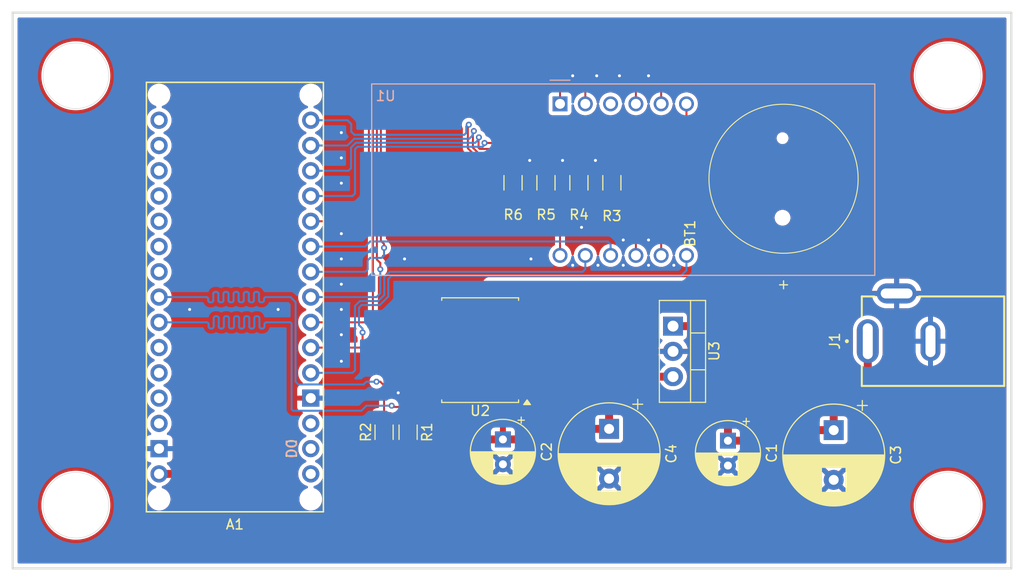
<source format=kicad_pcb>
(kicad_pcb (version 20241229) (generator "pcbnew") (generator_version "9.0")
  (layers (0 "F.Cu" signal) (2 "B.Cu" signal) (13 "F.Paste" user) (15 "B.Paste" user) (5 "F.SilkS" user "F.Silkscreen") (7 "B.SilkS" user "B.Silkscreen") (1 "F.Mask" user) (3 "B.Mask" user) (25 "Edge.Cuts" user))
  (net 0 "")
  (net 2 "Net-(A1-PadD10)")
  (net 4 "GND")
  (net 5 "+5V")
  (net 7 "Net-(A1-A4{slash}SDA)")
  (net 9 "Net-(U1-g)")
  (net 10 "Net-(A1-D2_INT0)")
  (net 12 "Net-(U1-d)")
  (net 13 "Net-(A1-PadD9)")
  (net 18 "Net-(U1-c)")
  (net 20 "Net-(U1-e)")
  (net 21 "Net-(U1-f)")
  (net 22 "Net-(A1-D3_INT1)")
  (net 23 "Net-(A1-A5{slash}SCL)")
  (net 24 "Net-(A1-D12_MISO)")
  (net 26 "Net-(A1-D11_MOSI)")
  (net 30 "Net-(U3-IN)")
  (net 31 "Net-(U1-CC4)")
  (net 32 "Net-(U1-CC3)")
  (net 33 "Net-(U1-CC2)")
  (net 34 "Net-(U1-CC1)")
  (net 36 "Net-(U2-VBAT)")
  (footprint "Capacitor_THT:CP_Radial_D10.0mm_P5.00mm" (layer "F.Cu") (at 156.44 116.782323 -90)
    (property "Reference" "C4")
    (property "Value" "22uF 50V" (hide yes))
  )
  (footprint "Capacitor_THT:CP_Radial_D6.3mm_P2.50mm" (layer "F.Cu") (at 168.378 117.967621 -90)
    (property "Reference" "C1")
    (property "Value" "0.1uF 50V" (hide yes))
  )
  (footprint "Resistor_SMD:R_1206_3216Metric" (layer "F.Cu") (at 146.788 92.0375 -90)
    (property "Reference" "R6")
    (property "Value" "220" (hide yes))
  )
  (footprint "1072:BAT_1072" (layer "F.Cu") (at 173.9646 91.6564 90)
    (property "Reference" "BT1")
    (property "Value" "1072")
  )
  (footprint "Capacitor_THT:CP_Radial_D10.0mm_P5.00mm" (layer "F.Cu") (at 179.003 116.909323 -90)
    (property "Reference" "C3")
    (property "Value" "470uF 50V" (hide yes))
  )
  (footprint "Package_TO_SOT_THT:TO-220-3_Vertical" (layer "F.Cu") (at 162.861 106.45 -90)
    (property "Reference" "U3")
    (property "Value" "L7805")
  )
  (footprint "Resistor_SMD:R_1206_3216Metric" (layer "F.Cu") (at 136.247 117.118 90)
    (property "Reference" "R1")
    (property "Value" "450" (hide yes))
  )
  (footprint "Package_SO:SOIC-16W_7.5x10.3mm_P1.27mm" (layer "F.Cu") (at 143.486 108.863 180)
    (property "Reference" "U2")
    (property "Value" "DS3231M")
  )
  (footprint "Resistor_SMD:R_1206_3216Metric" (layer "F.Cu") (at 150.098 92.0375 -90)
    (property "Reference" "R5")
    (property "Value" "220" (hide yes))
  )
  (footprint "PCM_arduino-library:Arduino_Nano_Socket" (layer "F.Cu") (at 118.848 81.939 180)
    (property "Reference" "A1")
    (property "Value" "Arduino_Nano_Socket")
  )
  (footprint "Resistor_SMD:R_1206_3216Metric" (layer "F.Cu") (at 133.834 117.118 90)
    (property "Reference" "R2")
    (property "Value" "450" (hide yes))
  )
  (footprint "Resistor_SMD:R_1206_3216Metric" (layer "F.Cu") (at 156.718 92.0375 -90)
    (property "Reference" "R3")
    (property "Value" "220" (hide yes))
  )
  (footprint "Capacitor_THT:CP_Radial_D6.3mm_P2.50mm" (layer "F.Cu") (at 145.772 117.840621 -90)
    (property "Reference" "C2")
    (property "Value" "0.1uF 50V" (hide yes))
  )
  (footprint "Resistor_SMD:R_1206_3216Metric" (layer "F.Cu") (at 153.408 92.0375 -90)
    (property "Reference" "R4")
    (property "Value" "220" (hide yes))
  )
  (footprint "DCJ200-10-A-XX-K_REVA:GCT_DCJ200-10-A-XX-K_REVA" (layer "F.Cu") (at 188.976 107.965 90)
    (property "Reference" "J1")
    (property "Value" "DCJ200-10-A-XX-K_REVA" (hide yes))
  )
  (footprint "Display_7Segment:CA56-12SRWA" (layer "B.Cu") (at 151.511 84.102 -90)
    (property "Reference" "U1")
    (property "Value" "CC56-12SRWA" (hide yes))
  )
  (gr_circle (center 190.5 124.46) (end 194.564 124.46) (stroke (width 1.2)) (fill no) (layers "F.Cu" "F.Mask") (net 4))
  (gr_circle (center 102.87 81.28) (end 106.934 81.28) (stroke (width 1.2)) (fill no) (layers "F.Cu" "F.Mask") (net 4))
  (gr_circle (center 102.87 124.46) (end 106.934 124.46) (stroke (width 1.2)) (fill no) (layers "F.Cu" "F.Mask") (net 4))
  (gr_circle (center 190.5 81.28) (end 194.564 81.28) (stroke (width 1.2)) (fill no) (layers "F.Cu" "F.Mask") (net 4))
  (gr_rect (start 96.52 74.93) (end 196.85 130.81) (stroke (width 0.2)) (fill no) (layer "Edge.Cuts"))
  (gr_circle (center 102.87 124.46) (end 106.172 124.46) (stroke (width 0.05)) (fill no) (layer "Edge.Cuts"))
  (gr_circle (center 190.5 124.46) (end 193.802 124.46) (stroke (width 0.05)) (fill no) (layer "Edge.Cuts"))
  (gr_circle (center 102.87 81.28) (end 106.172 81.28) (stroke (width 0.05)) (fill no) (layer "Edge.Cuts"))
  (gr_circle (center 190.5 81.28) (end 193.802 81.28) (stroke (width 0.05)) (fill no) (layer "Edge.Cuts"))
  (segment (start 153.408 89.067) (end 152.777 88.436) (width 0.2) (layer "F.Cu") (net 2))
  (segment (start 143.323687 87.504626) (end 143.359 87.469313) (width 0.2) (layer "F.Cu") (net 2))
  (segment (start 143.452 88.636) (end 143.323687 88.507687) (width 0.2) (layer "F.Cu") (net 2))
  (segment (start 153.392 90.559) (end 153.408 90.575) (width 0.2) (layer "F.Cu") (net 2))
  (segment (start 144.736 88.436) (end 144.536 88.636) (width 0.2) (layer "F.Cu") (net 2))
  (segment (start 153.408 90.575) (end 153.408 89.067) (width 0.2) (layer "F.Cu") (net 2))
  (segment (start 144.536 88.636) (end 143.452 88.636) (width 0.2) (layer "F.Cu") (net 2))
  (segment (start 143.323687 88.507687) (end 143.323687 87.504626) (width 0.2) (layer "F.Cu") (net 2))
  (segment (start 152.777 88.436) (end 144.736 88.436) (width 0.2) (layer "F.Cu") (net 2))
  (via (at 143.359 87.469313) (size 0.6) (drill 0.3) (layers "F.Cu" "B.Cu") (net 2))
  (segment (start 143.359 87.654) (end 143.359 87.469313) (width 0.2) (layer "B.Cu") (net 2))
  (segment (start 131.0009 88.015) (end 142.998 88.015) (width 0.2) (layer "B.Cu") (net 2))
  (segment (start 126.849 90.829) (end 130.258 90.829) (width 0.2) (layer "B.Cu") (net 2))
  (segment (start 142.998 88.015) (end 143.359 87.654) (width 0.2) (layer "B.Cu") (net 2))
  (segment (start 130.258 90.829) (end 130.512 90.575) (width 0.2) (layer "B.Cu") (net 2))
  (segment (start 130.512 90.575) (end 130.512 88.5039) (width 0.2) (layer "B.Cu") (net 2))
  (segment (start 130.512 88.5039) (end 131.0009 88.015) (width 0.2) (layer "B.Cu") (net 2))
  (via (at 129.54 92.075) (size 0.6) (drill 0.3) (layers "F.Cu" "B.Cu") (net 4))
  (via (at 129.54 86.995) (size 0.6) (drill 0.3) (layers "F.Cu" "B.Cu") (net 4))
  (via (at 157.861 100.33) (size 0.6) (drill 0.3) (layers "F.Cu" "B.Cu") (net 4))
  (via (at 129.54 104.775) (size 0.6) (drill 0.3) (layers "F.Cu" "B.Cu") (net 4))
  (via (at 160.401 81.28) (size 0.6) (drill 0.3) (layers "F.Cu" "B.Cu") (net 4))
  (via (at 135.89 99.695) (size 0.6) (drill 0.3) (layers "F.Cu" "B.Cu") (net 4))
  (via (at 151.765 89.789) (size 0.6) (drill 0.3) (layers "F.Cu" "B.Cu") (net 4))
  (via (at 155.321 100.33) (size 0.6) (drill 0.3) (layers "F.Cu" "B.Cu") (net 4))
  (via (at 148.59 99.695) (size 0.6) (drill 0.3) (layers "F.Cu" "B.Cu") (net 4))
  (via (at 129.54 97.155) (size 0.6) (drill 0.3) (layers "F.Cu" "B.Cu") (net 4))
  (via (at 162.941 100.33) (size 0.6) (drill 0.3) (layers "F.Cu" "B.Cu") (net 4))
  (via (at 129.54 109.982) (size 0.6) (drill 0.3) (layers "F.Cu" "B.Cu") (net 4))
  (via (at 155.194 81.28) (size 0.6) (drill 0.3) (layers "F.Cu" "B.Cu") (net 4))
  (via (at 123.19 104.775) (size 0.6) (drill 0.3) (layers "F.Cu" "B.Cu") (net 4))
  (via (at 129.54 89.535) (size 0.6) (drill 0.3) (layers "F.Cu" "B.Cu") (net 4))
  (via (at 152.781 100.33) (size 0.6) (drill 0.3) (layers "F.Cu" "B.Cu") (net 4))
  (via (at 129.54 107.315) (size 0.6) (drill 0.3) (layers "F.Cu" "B.Cu") (net 4))
  (via (at 129.54 102.235) (size 0.6) (drill 0.3) (layers "F.Cu" "B.Cu") (net 4))
  (via (at 129.54 99.695) (size 0.6) (drill 0.3) (layers "F.Cu" "B.Cu") (net 4))
  (via (at 135.255 113.157) (size 0.6) (drill 0.3) (layers "F.Cu" "B.Cu") (net 4))
  (via (at 160.401 100.33) (size 0.6) (drill 0.3) (layers "F.Cu" "B.Cu") (net 4))
  (via (at 160.401 97.79) (size 0.6) (drill 0.3) (layers "F.Cu" "B.Cu") (net 4))
  (via (at 114.3 104.775) (size 0.6) (drill 0.3) (layers "F.Cu" "B.Cu") (net 4))
  (via (at 148.463 89.789) (size 0.6) (drill 0.3) (layers "F.Cu" "B.Cu") (net 4))
  (via (at 152.781 81.28) (size 0.6) (drill 0.3) (layers "F.Cu" "B.Cu") (net 4))
  (via (at 155.067 89.789) (size 0.6) (drill 0.3) (layers "F.Cu" "B.Cu") (net 4))
  (via (at 153.67 96.52) (size 0.6) (drill 0.3) (layers "F.Cu" "B.Cu") (net 4))
  (via (at 157.48 81.28) (size 0.6) (drill 0.3) (layers "F.Cu" "B.Cu") (net 4))
  (via (at 157.861 97.79) (size 0.6) (drill 0.3) (layers "F.Cu" "B.Cu") (net 4))
  (segment (start 145.772 117.840621) (end 149.748379 117.840621) (width 0.8) (layer "F.Cu") (net 5))
  (segment (start 149.748379 117.840621) (end 150.806677 116.782323) (width 0.8) (layer "F.Cu") (net 5))
  (segment (start 114.657 121.309) (end 115.038 121.69) (width 0.8) (layer "F.Cu") (net 5))
  (segment (start 115.673 126.643) (end 130.151 126.643) (width 0.8) (layer "F.Cu") (net 5))
  (segment (start 146.915 112.038) (end 145.772 113.181) (width 0.6) (layer "F.Cu") (net 5))
  (segment (start 156.44 112.165) (end 156.44 116.782323) (width 0.8) (layer "F.Cu") (net 5))
  (segment (start 130.913 119.277) (end 131.6095 118.5805) (width 0.8) (layer "F.Cu") (net 5))
  (segment (start 162.861 111.53) (end 157.075 111.53) (width 0.8) (layer "F.Cu") (net 5))
  (segment (start 150.806677 116.782323) (end 156.44 116.782323) (width 0.8) (layer "F.Cu") (net 5))
  (segment (start 145.772 117.840621) (end 140.985379 117.840621) (width 0.8) (layer "F.Cu") (net 5))
  (segment (start 136.247 118.5805) (end 133.834 118.5805) (width 0.8) (layer "F.Cu") (net 5))
  (segment (start 130.913 125.881) (end 130.913 119.277) (width 0.8) (layer "F.Cu") (net 5))
  (segment (start 157.075 111.53) (end 156.44 112.165) (width 0.8) (layer "F.Cu") (net 5))
  (segment (start 131.6095 118.5805) (end 133.834 118.5805) (width 0.8) (layer "F.Cu") (net 5))
  (segment (start 111.609 121.309) (end 114.657 121.309) (width 0.8) (layer "F.Cu") (net 5))
  (segment (start 140.985379 117.840621) (end 140.2455 118.5805) (width 0.8) (layer "F.Cu") (net 5))
  (segment (start 115.038 121.69) (end 115.038 126.008) (width 0.8) (layer "F.Cu") (net 5))
  (segment (start 145.772 113.181) (end 145.772 117.840621) (width 0.6) (layer "F.Cu") (net 5))
  (segment (start 115.038 126.008) (end 115.673 126.643) (width 0.8) (layer "F.Cu") (net 5))
  (segment (start 140.2455 118.5805) (end 136.247 118.5805) (width 0.8) (layer "F.Cu") (net 5))
  (segment (start 130.151 126.643) (end 130.913 125.881) (width 0.8) (layer "F.Cu") (net 5))
  (segment (start 148.136 112.038) (end 146.915 112.038) (width 0.6) (layer "F.Cu") (net 5))
  (segment (start 134.215 112.038) (end 133.834 112.419) (width 0.2) (layer "F.Cu") (net 7))
  (segment (start 133.453 112.038) (end 133.834 112.419) (width 0.2) (layer "F.Cu") (net 7))
  (segment (start 133.072 112.038) (end 133.453 112.038) (width 0.2) (layer "F.Cu") (net 7))
  (segment (start 133.834 112.419) (end 133.834 115.6555) (width 0.2) (layer "F.Cu") (net 7))
  (segment (start 138.836 112.038) (end 134.215 112.038) (width 0.2) (layer "F.Cu") (net 7))
  (via (at 133.072 112.038) (size 0.6) (drill 0.3) (layers "F.Cu" "B.Cu") (net 7))
  (segment (start 120.786904 103.098009) (end 120.844009 103.040904) (width 0.2) (layer "B.Cu") (net 7))
  (segment (start 118.683096 103.959991) (end 118.714001 103.885379) (width 0.2) (layer "B.Cu") (net 7))
  (segment (start 121.938621 103.529999) (end 121.979 103.529) (width 0.2) (layer "B.Cu") (net 7))
  (segment (start 132.056 112.038) (end 133.072 112.038) (width 0.2) (layer "B.Cu") (net 7))
  (segment (start 116.164001 103.692621) (end 116.165 103.733) (width 0.2) (layer "B.Cu") (net 7))
  (segment (start 119.735999 103.172621) (end 119.766904 103.098009) (width 0.2) (layer "B.Cu") (net 7))
  (segment (start 119.735 103.845) (end 119.735 103.213) (width 0.2) (layer "B.Cu") (net 7))
  (segment (start 120.754001 103.885379) (end 120.755 103.845) (width 0.2) (layer "B.Cu") (net 7))
  (segment (start 120.276904 103.959991) (end 120.334009 104.017096) (width 0.2) (layer "B.Cu") (net 7))
  (segment (start 116.981 103.009) (end 117.021379 103.009999) (width 0.2) (layer "B.Cu") (net 7))
  (segment (start 116.675999 103.172621) (end 116.706904 103.098009) (width 0.2) (layer "B.Cu") (net 7))
  (segment (start 116.369 104.049) (end 116.471 104.049) (width 0.2) (layer "B.Cu") (net 7))
  (segment (start 121.775 103.733) (end 121.775999 103.692621) (width 0.2) (layer "B.Cu") (net 7))
  (segment (start 116.165999 103.885379) (end 116.196904 103.959991) (width 0.2) (layer "B.Cu") (net 7))
  (segment (start 117.274009 104.017096) (end 117.348621 104.048001) (width 0.2) (layer "B.Cu") (net 7))
  (segment (start 120.244001 103.172621) (end 120.245 103.213) (width 0.2) (layer "B.Cu") (net 7))
  (segment (start 121.685991 104.017096) (end 121.743096 103.959991) (width 0.2) (layer "B.Cu") (net 7))
  (segment (start 115.961 103.529) (end 116.001379 103.529999) (width 0.2) (layer "B.Cu") (net 7))
  (segment (start 121.775 103.845) (end 121.775 103.733) (width 0.2) (layer "B.Cu") (net 7))
  (segment (start 118.919 103.009) (end 119.021 103.009) (width 0.2) (layer "B.Cu") (net 7))
  (segment (start 118.236904 103.959991) (end 118.294009 104.017096) (width 0.2) (layer "B.Cu") (net 7))
  (segment (start 119.824009 103.040904) (end 119.898621 103.009999) (width 0.2) (layer "B.Cu") (net 7))
  (segment (start 119.939 103.009) (end 120.041 103.009) (width 0.2) (layer "B.Cu") (net 7))
  (segment (start 120.755 103.845) (end 120.755 103.213) (width 0.2) (layer "B.Cu") (net 7))
  (segment (start 121.979 103.529) (end 124.436 103.529) (width 0.2) (layer "B.Cu") (net 7))
  (segment (start 118.625991 104.017096) (end 118.683096 103.959991) (width 0.2) (layer "B.Cu") (net 7))
  (segment (start 121.061 103.009) (end 121.101379 103.009999) (width 0.2) (layer "B.Cu") (net 7))
  (segment (start 120.591379 104.048001) (end 120.665991 104.017096) (width 0.2) (layer "B.Cu") (net 7))
  (segment (start 124.944 112.038) (end 125.2196 112.3136) (width 0.2) (layer "B.Cu") (net 7))
  (segment (start 117.185999 103.885379) (end 117.216904 103.959991) (width 0.2) (layer "B.Cu") (net 7))
  (segment (start 117.899 103.009) (end 118.001 103.009) (width 0.2) (layer "B.Cu") (net 7))
  (segment (start 119.645991 104.017096) (end 119.703096 103.959991) (width 0.2) (layer "B.Cu") (net 7))
  (segment (start 120.665991 104.017096) (end 120.723096 103.959991) (width 0.2) (layer "B.Cu") (net 7))
  (segment (start 116.165 103.733) (end 116.165 103.845) (width 0.2) (layer "B.Cu") (net 7))
  (segment (start 121.611379 104.048001) (end 121.685991 104.017096) (width 0.2) (layer "B.Cu") (net 7))
  (segment (start 118.041379 103.009999) (end 118.115991 103.040904) (width 0.2) (layer "B.Cu") (net 7))
  (segment (start 117.021379 103.009999) (end 117.095991 103.040904) (width 0.2) (layer "B.Cu") (net 7))
  (segment (start 119.766904 103.098009) (end 119.824009 103.040904) (width 0.2) (layer "B.Cu") (net 7))
  (segment (start 121.354009 104.017096) (end 121.428621 104.048001) (width 0.2) (layer "B.Cu") (net 7))
  (segment (start 121.265 103.213) (end 121.265 103.845) (width 0.2) (layer "B.Cu") (net 7))
  (segment (start 121.774001 103.885379) (end 121.775 103.845) (width 0.2) (layer "B.Cu") (net 7))
  (segment (start 120.408621 104.048001) (end 120.449 104.049) (width 0.2) (layer "B.Cu") (net 7))
  (segment (start 117.216904 103.959991) (end 117.274009 104.017096) (width 0.2) (layer "B.Cu") (net 7))
  (segment (start 117.389 104.049) (end 117.491 104.049) (width 0.2) (layer "B.Cu") (net 7))
  (segment (start 117.694001 103.885379) (end 117.695 103.845) (width 0.2) (layer "B.Cu") (net 7))
  (segment (start 121.265999 103.885379) (end 121.296904 103.959991) (width 0.2) (layer "B.Cu") (net 7))
  (segment (start 116.675 103.845) (end 116.675 103.213) (width 0.2) (layer "B.Cu") (net 7))
  (segment (start 120.755 103.213) (end 120.755999 103.172621) (width 0.2) (layer "B.Cu") (net 7))
  (segment (start 118.368621 104.048001) (end 118.409 104.049) (width 0.2) (layer "B.Cu") (net 7))
  (segment (start 118.804009 103.040904) (end 118.878621 103.009999) (width 0.2) (layer "B.Cu") (net 7))
  (segment (start 118.715999 103.172621) (end 118.746904 103.098009) (width 0.2) (layer "B.Cu") (net 7))
  (segment (start 119.898621 103.009999) (end 119.939 103.009) (width 0.2) (layer "B.Cu") (net 7))
  (segment (start 116.001379 103.529999) (end 116.075991 103.560904) (width 0.2) (layer "B.Cu") (net 7))
  (segment (start 111.228 103.529) (end 115.961 103.529) (width 0.2) (layer "B.Cu") (net 7))
  (segment (start 120.155991 103.040904) (end 120.213096 103.098009) (width 0.2) (layer "B.Cu") (net 7))
  (segment (start 119.135991 103.040904) (end 119.193096 103.098009) (width 0.2) (layer "B.Cu") (net 7))
  (segment (start 117.695 103.213) (end 117.695999 103.172621) (width 0.2) (layer "B.Cu") (net 7))
  (segment (start 116.165 103.845) (end 116.165999 103.885379) (width 0.2) (layer "B.Cu") (net 7))
  (segment (start 121.775999 103.692621) (end 121.806904 103.618009) (width 0.2) (layer "B.Cu") (net 7))
  (segment (start 118.715 103.213) (end 118.715999 103.172621) (width 0.2) (layer "B.Cu") (net 7))
  (segment (start 120.081379 103.009999) (end 120.155991 103.040904) (width 0.2) (layer "B.Cu") (net 7))
  (segment (start 119.225 103.213) (end 119.225 103.845) (width 0.2) (layer "B.Cu") (net 7))
  (segment (start 116.471 104.049) (end 116.511379 104.048001) (width 0.2) (layer "B.Cu") (net 7))
  (segment (start 120.723096 103.959991) (end 120.754001 103.885379) (width 0.2) (layer "B.Cu") (net 7))
  (segment (start 117.726904 103.098009) (end 117.784009 103.040904) (width 0.2) (layer "B.Cu") (net 7))
  (segment (start 117.185 103.213) (end 117.185 103.845) (width 0.2) (layer "B.Cu") (net 7))
  (segment (start 116.585991 104.017096) (end 116.643096 103.959991) (width 0.2) (layer "B.Cu") (net 7))
  (segment (start 119.193096 103.098009) (end 119.224001 103.172621) (width 0.2) (layer "B.Cu") (net 7))
  (segment (start 119.388621 104.048001) (end 119.429 104.049) (width 0.2) (layer "B.Cu") (net 7))
  (segment (start 117.491 104.049) (end 117.531379 104.048001) (width 0.2) (layer "B.Cu") (net 7))
  (segment (start 118.205999 103.885379) (end 118.236904 103.959991) (width 0.2) (layer "B.Cu") (net 7))
  (segment (start 116.075991 103.560904) (end 116.133096 103.618009) (width 0.2) (layer "B.Cu") (net 7))
  (segment (start 120.844009 103.040904) (end 120.918621 103.009999) (width 0.2) (layer "B.Cu") (net 7))
  (segment (start 120.918621 103.009999) (end 120.959 103.009) (width 0.2) (layer "B.Cu") (net 7))
  (segment (start 118.204001 103.172621) (end 118.205 103.213) (width 0.2) (layer "B.Cu") (net 7))
  (segment (start 121.296904 103.959991) (end 121.354009 104.017096) (width 0.2) (layer "B.Cu") (net 7))
  (segment (start 119.225 103.845) (end 119.225999 103.885379) (width 0.2) (layer "B.Cu") (net 7))
  (segment (start 121.469 104.049) (end 121.571 104.049) (width 0.2) (layer "B.Cu") (net 7))
  (segment (start 124.436 103.529) (end 124.944 104.037) (width 0.2) (layer "B.Cu") (net 7))
  (segment (start 119.314009 104.017096) (end 119.388621 104.048001) (width 0.2) (layer "B.Cu") (net 7))
  (segment (start 120.334009 104.017096) (end 120.408621 104.048001) (width 0.2) (layer "B.Cu") (net 7))
  (segment (start 116.643096 103.959991) (end 116.674001 103.885379) (width 0.2) (layer "B.Cu") (net 7))
  (segment (start 119.225999 103.885379) (end 119.256904 103.959991) (width 0.2) (layer "B.Cu") (net 7))
  (segment (start 118.714001 103.885379) (end 118.715 103.845) (width 0.2) (layer "B.Cu") (net 7))
  (segment (start 119.571379 104.048001) (end 119.645991 104.017096) (width 0.2) (layer "B.Cu") (net 7))
  (segment (start 119.735 103.213) (end 119.735999 103.172621) (width 0.2) (layer "B.Cu") (net 7))
  (segment (start 121.175991 103.040904) (end 121.233096 103.098009) (width 0.2) (layer "B.Cu") (net 7))
  (segment (start 117.663096 103.959991) (end 117.694001 103.885379) (width 0.2) (layer "B.Cu") (net 7))
  (segment (start 121.571 104.049) (end 121.611379 104.048001) (width 0.2) (layer "B.Cu") (net 7))
  (segment (start 117.531379 104.048001) (end 117.605991 104.017096) (width 0.2) (layer "B.Cu") (net 7))
  (segment (start 117.184001 103.172621) (end 117.185 103.213) (width 0.2) (layer "B.Cu") (net 7))
  (segment (start 118.173096 103.098009) (end 118.204001 103.172621) (width 0.2) (layer "B.Cu") (net 7))
  (segment (start 116.196904 103.959991) (end 116.254009 104.017096) (width 0.2) (layer "B.Cu") (net 7))
  (segment (start 120.959 103.009) (end 121.061 103.009) (width 0.2) (layer "B.Cu") (net 7))
  (segment (start 117.695999 103.172621) (end 117.726904 103.098009) (width 0.2) (layer "B.Cu") (net 7))
  (segment (start 119.703096 103.959991) (end 119.734001 103.885379) (width 0.2) (layer "B.Cu") (net 7))
  (segment (start 121.101379 103.009999) (end 121.175991 103.040904) (width 0.2) (layer "B.Cu") (net 7))
  (segment (start 117.784009 103.040904) (end 117.858621 103.009999) (width 0.2) (layer "B.Cu") (net 7))
  (segment (start 118.551379 104.048001) (end 118.625991 104.017096) (width 0.2) (layer "B.Cu") (net 7))
  (segment (start 119.224001 103.172621) (end 119.225 103.213) (width 0.2) (layer "B.Cu") (net 7))
  (segment (start 117.605991 104.017096) (end 117.663096 103.959991) (width 0.2) (layer "B.Cu") (net 7))
  (segment (start 125.2196 112.3136) (end 131.7804 112.3136) (width 0.2) (layer "B.Cu") (net 7))
  (segment (start 131.7804 112.3136) (end 132.056 112.038) (width 0.2) (layer "B.Cu") (net 7))
  (segment (start 118.511 104.049) (end 118.551379 104.048001) (width 0.2) (layer "B.Cu") (net 7))
  (segment (start 121.233096 103.098009) (end 121.264001 103.172621) (width 0.2) (layer "B.Cu") (net 7))
  (segment (start 119.429 104.049) (end 119.531 104.049) (width 0.2) (layer "B.Cu") (net 7))
  (segment (start 118.715 103.845) (end 118.715 103.213) (width 0.2) (layer "B.Cu") (net 7))
  (segment (start 118.294009 104.017096) (end 118.368621 104.048001) (width 0.2) (layer "B.Cu") (net 7))
  (segment (start 119.021 103.009) (end 119.061379 103.009999) (width 0.2) (layer "B.Cu") (net 7))
  (segment (start 121.265 103.845) (end 121.265999 103.885379) (width 0.2) (layer "B.Cu") (net 7))
  (segment (start 118.115991 103.040904) (end 118.173096 103.098009) (width 0.2) (layer "B.Cu") (net 7))
  (segment (start 116.328621 104.048001) (end 116.369 104.049) (width 0.2) (layer "B.Cu") (net 7))
  (segment (start 116.706904 103.098009) (end 116.764009 103.040904) (width 0.2) (layer "B.Cu") (net 7))
  (segment (start 120.551 104.049) (end 120.591379 104.048001) (width 0.2) (layer "B.Cu") (net 7))
  (segment (start 117.095991 103.040904) (end 117.153096 103.098009) (width 0.2) (layer "B.Cu") (net 7))
  (segment (start 117.153096 103.098009) (end 117.184001 103.172621) (width 0.2) (layer "B.Cu") (net 7))
  (segment (start 120.449 104.049) (end 120.551 104.049) (width 0.2) (layer "B.Cu") (net 7))
  (segment (start 117.185 103.845) (end 117.185999 103.885379) (width 0.2) (layer "B.Cu") (net 7))
  (segment (start 121.864009 103.560904) (end 121.938621 103.529999) (width 0.2) (layer "B.Cu") (net 7))
  (segment (start 124.944 104.037) (end 124.944 112.038) (width 0.2) (layer "B.Cu") (net 7))
  (segment (start 117.348621 104.048001) (end 117.389 104.049) (width 0.2) (layer "B.Cu") (net 7))
  (segment (start 116.133096 103.618009) (end 116.164001 103.692621) (width 0.2) (layer "B.Cu") (net 7))
  (segment (start 116.675 103.213) (end 116.675999 103.172621) (width 0.2) (layer "B.Cu") (net 7))
  (segment (start 116.764009 103.040904) (end 116.838621 103.009999) (width 0.2) (layer "B.Cu") (net 7))
  (segment (start 119.734001 103.885379) (end 119.735 103.845) (width 0.2) (layer "B.Cu") (net 7))
  (segment (start 118.001 103.009) (end 118.041379 103.009999) (width 0.2) (layer "B.Cu") (net 7))
  (segment (start 116.879 103.009) (end 116.981 103.009) (width 0.2) (layer "B.Cu") (net 7))
  (segment (start 121.428621 104.048001) (end 121.469 104.049) (width 0.2) (layer "B.Cu") (net 7))
  (segment (start 121.806904 103.618009) (end 121.864009 103.560904) (width 0.2) (layer "B.Cu") (net 7))
  (segment (start 120.213096 103.098009) (end 120.244001 103.172621) (width 0.2) (layer "B.Cu") (net 7))
  (segment (start 116.838621 103.009999) (end 116.879 103.009) (width 0.2) (layer "B.Cu") (net 7))
  (segment (start 121.264001 103.172621) (end 121.265 103.213) (width 0.2) (layer "B.Cu") (net 7))
  (segment (start 117.695 103.845) (end 117.695 103.213) (width 0.2) (layer "B.Cu") (net 7))
  (segment (start 119.256904 103.959991) (end 119.314009 104.017096) (width 0.2) (layer "B.Cu") (net 7))
  (segment (start 118.205 103.845) (end 118.205999 103.885379) (width 0.2) (layer "B.Cu") (net 7))
  (segment (start 116.511379 104.048001) (end 116.585991 104.017096) (width 0.2) (layer "B.Cu") (net 7))
  (segment (start 120.041 103.009) (end 120.081379 103.009999) (width 0.2) (layer "B.Cu") (net 7))
  (segment (start 120.245 103.213) (end 120.245 103.845) (width 0.2) (layer "B.Cu") (net 7))
  (segment (start 119.061379 103.009999) (end 119.135991 103.040904) (width 0.2) (layer "B.Cu") (net 7))
  (segment (start 120.245 103.845) (end 120.245999 103.885379) (width 0.2) (layer "B.Cu") (net 7))
  (segment (start 116.674001 103.885379) (end 116.675 103.845) (width 0.2) (layer "B.Cu") (net 7))
  (segment (start 118.205 103.213) (end 118.205 103.845) (width 0.2) (layer "B.Cu") (net 7))
  (segment (start 116.254009 104.017096) (end 116.328621 104.048001) (width 0.2) (layer "B.Cu") (net 7))
  (segment (start 119.531 104.049) (end 119.571379 104.048001) (width 0.2) (layer "B.Cu") (net 7))
  (segment (start 118.409 104.049) (end 118.511 104.049) (width 0.2) (layer "B.Cu") (net 7))
  (segment (start 118.746904 103.098009) (end 118.804009 103.040904) (width 0.2) (layer "B.Cu") (net 7))
  (segment (start 118.878621 103.009999) (end 118.919 103.009) (width 0.2) (layer "B.Cu") (net 7))
  (segment (start 121.743096 103.959991) (end 121.774001 103.885379) (width 0.2) (layer "B.Cu") (net 7))
  (segment (start 120.755999 103.172621) (end 120.786904 103.098009) (width 0.2) (layer "B.Cu") (net 7))
  (segment (start 117.858621 103.009999) (end 117.899 103.009) (width 0.2) (layer "B.Cu") (net 7))
  (segment (start 120.245999 103.885379) (end 120.276904 103.959991) (width 0.2) (layer "B.Cu") (net 7))
  (segment (start 132.31 95.528) (end 132.31 80.4238) (width 0.2) (layer "F.Cu") (net 9))
  (segment (start 160.758 79.399) (end 161.671 80.312) (width 0.2) (layer "F.Cu") (net 9))
  (segment (start 126.849 95.909) (end 131.929 95.909) (width 0.2) (layer "F.Cu") (net 9))
  (segment (start 132.31 80.4238) (end 133.3348 79.399) (width 0.2) (layer "F.Cu") (net 9))
  (segment (start 161.671 80.312) (end 161.671 84.102) (width 0.2) (layer "F.Cu") (net 9))
  (segment (start 133.3348 79.399) (end 160.758 79.399) (width 0.2) (layer "F.Cu") (net 9))
  (segment (start 131.929 95.909) (end 132.31 95.528) (width 0.2) (layer "F.Cu") (net 9))
  (segment (start 130.913 104.418) (end 130.913 110.895) (width 0.2) (layer "B.Cu") (net 10))
  (segment (start 130.659 111.149) (end 126.849 111.149) (width 0.2) (layer "B.Cu") (net 10))
  (segment (start 131.401 103.93) (end 130.913 104.418) (width 0.2) (layer "B.Cu") (net 10))
  (segment (start 133.854 103.3141) (end 133.2381 103.93) (width 0.2) (layer "B.Cu") (net 10))
  (segment (start 153.773 100.989) (end 134.4099 100.989) (width 0.2) (layer "B.Cu") (net 10))
  (segment (start 154.051 99.342) (end 154.051 100.711) (width 0.2) (layer "B.Cu") (net 10))
  (segment (start 133.2381 103.93) (end 131.401 103.93) (width 0.2) (layer "B.Cu") (net 10))
  (segment (start 154.051 100.711) (end 153.773 100.989) (width 0.2) (layer "B.Cu") (net 10))
  (segment (start 134.4099 100.989) (end 133.854 101.5449) (width 0.2) (layer "B.Cu") (net 10))
  (segment (start 133.854 101.5449) (end 133.854 103.3141) (width 0.2) (layer "B.Cu") (net 10))
  (segment (start 130.913 110.895) (end 130.659 111.149) (width 0.2) (layer "B.Cu") (net 10))
  (segment (start 133.112 99.759) (end 133.453 100.1) (width 0.2) (layer "F.Cu") (net 12))
  (segment (start 153.138 80.201) (end 133.667 80.201) (width 0.2) (layer "F.Cu") (net 12))
  (segment (start 154.051 81.114) (end 153.138 80.201) (width 0.2) (layer "F.Cu") (net 12))
  (segment (start 133.112 80.756) (end 133.112 99.759) (width 0.2) (layer "F.Cu") (net 12))
  (segment (start 154.051 84.102) (end 154.051 81.114) (width 0.2) (layer "F.Cu") (net 12))
  (segment (start 133.667 80.201) (end 133.112 80.756) (width 0.2) (layer "F.Cu") (net 12))
  (segment (start 133.453 100.1) (end 133.453 100.735) (width 0.2) (layer "F.Cu") (net 12))
  (via (at 133.453 100.735) (size 0.6) (drill 0.3) (layers "F.Cu" "B.Cu") (net 12))
  (segment (start 133.453 103.148) (end 133.072 103.529) (width 0.2) (layer "B.Cu") (net 12))
  (segment (start 133.072 103.529) (end 126.849 103.529) (width 0.2) (layer "B.Cu") (net 12))
  (segment (start 133.453 100.735) (end 133.453 103.148) (width 0.2) (layer "B.Cu") (net 12))
  (segment (start 156.718 88.694) (end 156.718 90.575) (width 0.2) (layer "F.Cu") (net 13))
  (segment (start 143.924687 88.035) (end 156.059 88.035) (width 0.2) (layer "F.Cu") (net 13))
  (segment (start 156.694 90.551) (end 156.718 90.575) (width 0.2) (layer "F.Cu") (net 13))
  (segment (start 143.924687 87.965687) (end 143.994 88.035) (width 0.2) (layer "F.Cu") (net 13))
  (segment (start 156.059 88.035) (end 156.718 88.694) (width 0.2) (layer "F.Cu") (net 13))
  (via (at 143.924687 88.035) (size 0.6) (drill 0.3) (layers "F.Cu" "B.Cu") (net 13))
  (segment (start 130.913 93.115) (end 130.659 93.369) (width 0.2) (layer "B.Cu") (net 13))
  (segment (start 130.659 93.369) (end 126.849 93.369) (width 0.2) (layer "B.Cu") (net 13))
  (segment (start 143.924687 88.035) (end 143.924687 88.231313) (width 0.2) (layer "B.Cu") (net 13))
  (segment (start 130.913 88.67) (end 130.913 93.115) (width 0.2) (layer "B.Cu") (net 13))
  (segment (start 143.74 88.416) (end 131.167 88.416) (width 0.2) (layer "B.Cu") (net 13))
  (segment (start 143.924687 88.231313) (end 143.74 88.416) (width 0.2) (layer "B.Cu") (net 13))
  (segment (start 131.167 88.416) (end 130.913 88.67) (width 0.2) (layer "B.Cu") (net 13))
  (segment (start 159.131 80.713) (end 158.218 79.8) (width 0.2) (layer "F.Cu") (net 18))
  (segment (start 133.5009 79.8) (end 132.711 80.5899) (width 0.2) (layer "F.Cu") (net 18))
  (segment (start 132.183 106.069) (end 126.849 106.069) (width 0.2) (layer "F.Cu") (net 18))
  (segment (start 132.711 105.541) (end 132.183 106.069) (width 0.2) (layer "F.Cu") (net 18))
  (segment (start 159.131 84.102) (end 159.131 80.713) (width 0.2) (layer "F.Cu") (net 18))
  (segment (start 132.711 80.5899) (end 132.711 105.541) (width 0.2) (layer "F.Cu") (net 18))
  (segment (start 158.218 79.8) (end 133.5009 79.8) (width 0.2) (layer "F.Cu") (net 18))
  (segment (start 148.312 80.602) (end 133.8331 80.602) (width 0.2) (layer "F.Cu") (net 20))
  (segment (start 148.82 81.11) (end 148.312 80.602) (width 0.2) (layer "F.Cu") (net 20))
  (segment (start 151.511 84.102) (end 151.511 81.388) (width 0.2) (layer "F.Cu") (net 20))
  (segment (start 133.8331 80.602) (end 133.513 80.9221) (width 0.2) (layer "F.Cu") (net 20))
  (segment (start 133.513 97.874) (end 133.834 98.195) (width 0.2) (layer "F.Cu") (net 20))
  (segment (start 151.511 81.388) (end 151.233 81.11) (width 0.2) (layer "F.Cu") (net 20))
  (segment (start 133.834 98.195) (end 133.834 98.576) (width 0.2) (layer "F.Cu") (net 20))
  (segment (start 151.233 81.11) (end 148.82 81.11) (width 0.2) (layer "F.Cu") (net 20))
  (segment (start 133.513 80.9221) (end 133.513 82.955) (width 0.2) (layer "F.Cu") (net 20))
  (segment (start 133.513 82.955) (end 133.513 97.874) (width 0.2) (layer "F.Cu") (net 20))
  (via (at 133.834 98.576) (size 0.6) (drill 0.3) (layers "F.Cu" "B.Cu") (net 20))
  (segment (start 132.183 99.846) (end 132.183 100.735) (width 0.2) (layer "B.Cu") (net 20))
  (segment (start 133.834 99.338) (end 133.58 99.592) (width 0.2) (layer "B.Cu") (net 20))
  (segment (start 133.58 99.592) (end 132.437 99.592) (width 0.2) (layer "B.Cu") (net 20))
  (segment (start 132.437 99.592) (end 132.183 99.846) (width 0.2) (layer "B.Cu") (net 20))
  (segment (start 133.834 98.576) (end 133.834 99.338) (width 0.2) (layer "B.Cu") (net 20))
  (segment (start 132.183 100.735) (end 131.929 100.989) (width 0.2) (layer "B.Cu") (net 20))
  (segment (start 131.929 100.989) (end 126.849 100.989) (width 0.2) (layer "B.Cu") (net 20))
  (segment (start 126.849 98.449) (end 131.929 98.449) (width 0.2) (layer "B.Cu") (net 21))
  (segment (start 156.313 97.941) (end 156.591 98.219) (width 0.2) (layer "B.Cu") (net 21))
  (segment (start 132.437 97.941) (end 156.313 97.941) (width 0.2) (layer "B.Cu") (net 21))
  (segment (start 131.929 98.449) (end 132.437 97.941) (width 0.2) (layer "B.Cu") (net 21))
  (segment (start 156.591 98.219) (end 156.591 99.342) (width 0.2) (layer "B.Cu") (net 21))
  (segment (start 131.421 108.609) (end 126.849 108.609) (width 0.2) (layer "F.Cu") (net 22))
  (segment (start 131.675 108.355) (end 131.421 108.609) (width 0.2) (layer "F.Cu") (net 22))
  (segment (start 131.675 107.085) (end 131.675 108.355) (width 0.2) (layer "F.Cu") (net 22))
  (via (at 131.675 107.085) (size 0.6) (drill 0.3) (layers "F.Cu" "B.Cu") (net 22))
  (segment (start 164.211 99.342) (end 164.211 100.838) (width 0.2) (layer "B.Cu") (net 22))
  (segment (start 131.314 106.069) (end 131.314 106.343) (width 0.2) (layer "B.Cu") (net 22))
  (segment (start 131.675 106.704) (end 131.675 107.085) (width 0.2) (layer "B.Cu") (net 22))
  (segment (start 134.255 101.711) (end 134.255 103.4802) (width 0.2) (layer "B.Cu") (net 22))
  (segment (start 132.31 104.331) (end 131.5671 104.331) (width 0.2) (layer "B.Cu") (net 22))
  (segment (start 151.614 101.39) (end 151.487 101.39) (width 0.2) (layer "B.Cu") (net 22))
  (segment (start 164.211 100.838) (end 163.659 101.39) (width 0.2) (layer "B.Cu") (net 22))
  (segment (start 131.314 106.343) (end 131.675 106.704) (width 0.2) (layer "B.Cu") (net 22))
  (segment (start 131.5671 104.331) (end 131.314 104.5841) (width 0.2) (layer "B.Cu") (net 22))
  (segment (start 163.659 101.39) (end 151.614 101.39) (width 0.2) (layer "B.Cu") (net 22))
  (segment (start 134.255 103.4802) (end 133.4042 104.331) (width 0.2) (layer "B.Cu") (net 22))
  (segment (start 151.614 101.39) (end 134.576 101.39) (width 0.2) (layer "B.Cu") (net 22))
  (segment (start 131.314 104.5841) (end 131.314 106.069) (width 0.2) (layer "B.Cu") (net 22))
  (segment (start 134.576 101.39) (end 134.255 101.711) (width 0.2) (layer "B.Cu") (net 22))
  (segment (start 133.4042 104.331) (end 132.31 104.331) (width 0.2) (layer "B.Cu") (net 22))
  (segment (start 134.723 114.578) (end 135.993 114.578) (width 0.2) (layer "F.Cu") (net 23))
  (segment (start 136.501 113.308) (end 136.247 113.562) (width 0.2) (layer "F.Cu") (net 23))
  (segment (start 136.247 113.562) (end 136.247 114.705) (width 0.2) (layer "F.Cu") (net 23))
  (segment (start 138.836 113.308) (end 136.501 113.308) (width 0.2) (layer "F.Cu") (net 23))
  (segment (start 136.247 114.705) (end 136.247 115.6555) (width 0.2) (layer "F.Cu") (net 23))
  (segment (start 134.596 114.451) (end 134.723 114.578) (width 0.2) (layer "F.Cu") (net 23))
  (segment (start 135.993 114.578) (end 136.247 114.832) (width 0.2) (layer "F.Cu") (net 23))
  (via (at 134.596 114.451) (size 0.6) (drill 0.3) (layers "F.Cu" "B.Cu") (net 23))
  (segment (start 132.056 114.451) (end 131.548 114.959) (width 0.2) (layer "B.Cu") (net 23))
  (segment (start 120.289 106.485) (end 120.289 106.069) (width 0.2) (layer "B.Cu") (net 23))
  (segment (start 118.045 105.449) (end 117.943 105.449) (width 0.2) (layer "B.Cu") (net 23))
  (segment (start 117.025 105.449) (end 116.923 105.449) (width 0.2) (layer "B.Cu") (net 23))
  (segment (start 118.249 106.069) (end 118.249 105.653) (width 0.2) (layer "B.Cu") (net 23))
  (segment (start 121.309 106.485) (end 121.309 106.273) (width 0.2) (layer "B.Cu") (net 23))
  (segment (start 134.596 114.451) (end 132.056 114.451) (width 0.2) (layer "B.Cu") (net 23))
  (segment (start 119.779 106.069) (end 119.779 106.485) (width 0.2) (layer "B.Cu") (net 23))
  (segment (start 119.065 105.449) (end 118.963 105.449) (width 0.2) (layer "B.Cu") (net 23))
  (segment (start 121.309 106.069) (end 121.309 105.653) (width 0.2) (layer "B.Cu") (net 23))
  (segment (start 117.535 106.689) (end 117.433 106.689) (width 0.2) (layer "B.Cu") (net 23))
  (segment (start 116.719 106.069) (end 116.719 106.273) (width 0.2) (layer "B.Cu") (net 23))
  (segment (start 116.719 106.273) (end 116.719 106.485) (width 0.2) (layer "B.Cu") (net 23))
  (segment (start 119.779 105.653) (end 119.779 106.069) (width 0.2) (layer "B.Cu") (net 23))
  (segment (start 118.759 106.069) (end 118.759 106.485) (width 0.2) (layer "B.Cu") (net 23))
  (segment (start 120.595 106.689) (end 120.493 106.689) (width 0.2) (layer "B.Cu") (net 23))
  (segment (start 120.799 106.069) (end 120.799 106.485) (width 0.2) (layer "B.Cu") (net 23))
  (segment (start 121.615 106.689) (end 121.513 106.689) (width 0.2) (layer "B.Cu") (net 23))
  (segment (start 118.759 105.653) (end 118.759 106.069) (width 0.2) (layer "B.Cu") (net 23))
  (segment (start 120.289 106.069) (end 120.289 105.653) (width 0.2) (layer "B.Cu") (net 23))
  (segment (start 119.575 106.689) (end 119.473 106.689) (width 0.2) (layer "B.Cu") (net 23))
  (segment (start 115.419 106.069) (end 111.228 106.069) (width 0.2) (layer "B.Cu") (net 23))
  (segment (start 116.719 105.653) (end 116.719 106.069) (width 0.2) (layer "B.Cu") (net 23))
  (segment (start 120.799 105.653) (end 120.799 106.069) (width 0.2) (layer "B.Cu") (net 23))
  (segment (start 119.269 106.069) (end 119.269 105.653) (width 0.2) (layer "B.Cu") (net 23))
  (segment (start 118.249 106.485) (end 118.249 106.069) (width 0.2) (layer "B.Cu") (net 23))
  (segment (start 131.548 114.959) (end 124.69 114.959) (width 0.2) (layer "B.Cu") (net 23))
  (segment (start 120.085 105.449) (end 119.983 105.449) (width 0.2) (layer "B.Cu") (net 23))
  (segment (start 116.005 106.069) (end 115.903 106.069) (width 0.2) (layer "B.Cu") (net 23))
  (segment (start 119.269 106.485) (end 119.269 106.069) (width 0.2) (layer "B.Cu") (net 23))
  (segment (start 124.69 114.959) (end 124.543 114.812) (width 0.2) (layer "B.Cu") (net 23))
  (segment (start 121.309 106.273) (end 121.309 106.069) (width 0.2) (layer "B.Cu") (net 23))
  (segment (start 115.903 106.069) (end 115.419 106.069) (width 0.2) (layer "B.Cu") (net 23))
  (segment (start 116.209 106.485) (end 116.209 106.273) (width 0.2) (layer "B.Cu") (net 23))
  (segment (start 117.229 106.485) (end 117.229 106.069) (width 0.2) (layer "B.Cu") (net 23))
  (segment (start 117.739 106.069) (end 117.739 106.485) (width 0.2) (layer "B.Cu") (net 23))
  (segment (start 124.543 114.812) (end 124.543 106.176) (width 0.2) (layer "B.Cu") (net 23))
  (segment (start 117.739 105.653) (end 117.739 106.069) (width 0.2) (layer "B.Cu") (net 23))
  (segment (start 117.229 106.069) (end 117.229 105.653) (width 0.2) (layer "B.Cu") (net 23))
  (segment (start 118.555 106.689) (end 118.453 106.689) (width 0.2) (layer "B.Cu") (net 23))
  (segment (start 121.819 106.273) (end 121.819 106.485) (width 0.2) (layer "B.Cu") (net 23))
  (segment (start 124.436 106.069) (end 122.023 106.069) (width 0.2) (layer "B.Cu") (net 23))
  (segment (start 121.105 105.449) (end 121.003 105.449) (width 0.2) (layer "B.Cu") (net 23))
  (segment (start 124.543 106.176) (end 124.436 106.069) (width 0.2) (layer "B.Cu") (net 23))
  (segment (start 116.515 106.689) (end 116.413 106.689) (width 0.2) (layer "B.Cu") (net 23))
  (arc (start 118.759 106.485) (mid 118.69925 106.62925) (end 118.555 106.689) (width 0.2) (layer "B.Cu") (net 23))
  (arc (start 117.433 106.689) (mid 117.28875 106.62925) (end 117.229 106.485) (width 0.2) (layer "B.Cu") (net 23))
  (arc (start 118.453 106.689) (mid 118.30875 106.62925) (end 118.249 106.485) (width 0.2) (layer "B.Cu") (net 23))
  (arc (start 121.513 106.689) (mid 121.36875 106.62925) (end 121.309 106.485) (width 0.2) (layer "B.Cu") (net 23))
  (arc (start 118.249 105.653) (mid 118.18925 105.50875) (end 118.045 105.449) (width 0.2) (layer "B.Cu") (net 23))
  (arc (start 119.983 105.449) (mid 119.83875 105.50875) (end 119.779 105.653) (width 0.2) (layer "B.Cu") (net 23))
  (arc (start 117.229 105.653) (mid 117.16925 105.50875) (end 117.025 105.449) (width 0.2) (layer "B.Cu") (net 23))
  (arc (start 120.493 106.689) (mid 120.34875 106.62925) (end 120.289 106.485) (width 0.2) (layer "B.Cu") (net 23))
  (arc (start 121.003 105.449) (mid 120.85875 105.50875) (end 120.799 105.653) (width 0.2) (layer "B.Cu") (net 23))
  (arc (start 118.963 105.449) (mid 118.81875 105.50875) (end 118.759 105.653) (width 0.2) (layer "B.Cu") (net 23))
  (arc (start 116.413 106.689) (mid 116.26875 106.62925) (end 116.209 106.485) (width 0.2) (layer "B.Cu") (net 23))
  (arc (start 122.023 106.069) (mid 121.87875 106.12875) (end 121.819 106.273) (width 0.2) (layer "B.Cu") (net 23))
  (arc (start 116.209 106.273) (mid 116.14925 106.12875) (end 116.005 106.069) (width 0.2) (layer "B.Cu") (net 23))
  (arc (start 120.289 105.653) (mid 120.22925 105.50875) (end 120.085 105.449) (width 0.2) (layer "B.Cu") (net 23))
  (arc (start 117.739 106.485) (mid 117.67925 106.62925) (end 117.535 106.689) (width 0.2) (layer "B.Cu") (net 23))
  (arc (start 119.269 105.653) (mid 119.20925 105.50875) (end 119.065 105.449) (width 0.2) (layer "B.Cu") (net 23))
  (arc (start 121.819 106.485) (mid 121.75925 106.62925) (end 121.615 106.689) (width 0.2) (layer "B.Cu") (net 23))
  (arc (start 120.799 106.485) (mid 120.73925 106.62925) (end 120.595 106.689) (width 0.2) (layer "B.Cu") (net 23))
  (arc (start 116.923 105.449) (mid 116.77875 105.50875) (end 116.719 105.653) (width 0.2) (layer "B.Cu") (net 23))
  (arc (start 119.779 106.485) (mid 119.71925 106.62925) (end 119.575 106.689) (width 0.2) (layer "B.Cu") (net 23))
  (arc (start 116.719 106.485) (mid 116.65925 106.62925) (end 116.515 106.689) (width 0.2) (layer "B.Cu") (net 23))
  (arc (start 117.943 105.449) (mid 117.79875 105.50875) (end 117.739 105.653) (width 0.2) (layer "B.Cu") (net 23))
  (arc (start 119.473 106.689) (mid 119.32875 106.62925) (end 119.269 106.485) (width 0.2) (layer "B.Cu") (net 23))
  (arc (start 121.309 105.653) (mid 121.24925 105.50875) (end 121.105 105.449) (width 0.2) (layer "B.Cu") (net 23))
  (segment (start 145.0682 89.238) (end 144.8682 89.438) (width 0.2) (layer "F.Cu") (net 24))
  (segment (start 146.788 89.365) (end 146.661 89.238) (width 0.2) (layer "F.Cu") (net 24))
  (segment (start 144.8682 89.438) (end 143.1198 89.438) (width 0.2) (layer "F.Cu") (net 24))
  (segment (start 143.1198 89.438) (end 142.25 88.5682) (width 0.2) (layer "F.Cu") (net 24))
  (segment (start 142.25 86.292313) (end 142.343 86.199313) (width 0.2) (layer "F.Cu") (net 24))
  (segment (start 142.25 88.5682) (end 142.25 86.292313) (width 0.2) (layer "F.Cu") (net 24))
  (segment (start 146.661 89.238) (end 145.0682 89.238) (width 0.2) (layer "F.Cu") (net 24))
  (segment (start 146.788 90.575) (end 146.788 89.365) (width 0.2) (layer "F.Cu") (net 24))
  (via (at 142.343 86.199313) (size 0.6) (drill 0.3) (layers "F.Cu" "B.Cu") (net 24))
  (segment (start 142.089 87.019) (end 141.895 87.213) (width 0.2) (layer "B.Cu") (net 24))
  (segment (start 142.273687 86.199313) (end 142.089 86.384) (width 0.2) (layer "B.Cu") (net 24))
  (segment (start 142.089 86.384) (end 142.089 87.019) (width 0.2) (layer "B.Cu") (net 24))
  (segment (start 130.532 86.892) (end 130.532 86.13) (width 0.2) (layer "B.Cu") (net 24))
  (segment (start 141.895 87.213) (end 130.853 87.213) (width 0.2) (layer "B.Cu") (net 24))
  (segment (start 130.853 87.213) (end 130.532 86.892) (width 0.2) (layer "B.Cu") (net 24))
  (segment (start 130.151 85.749) (end 126.849 85.749) (width 0.2) (layer "B.Cu") (net 24))
  (segment (start 130.532 86.13) (end 130.151 85.749) (width 0.2) (layer "B.Cu") (net 24))
  (segment (start 142.343 86.199313) (end 142.273687 86.199313) (width 0.2) (layer "B.Cu") (net 24))
  (segment (start 149.622 88.837) (end 150.098 89.313) (width 0.2) (layer "F.Cu") (net 26))
  (segment (start 142.758 88.5091) (end 143.2859 89.037) (width 0.2) (layer "F.Cu") (net 26))
  (segment (start 150.098 89.313) (end 150.098 90.575) (width 0.2) (layer "F.Cu") (net 26))
  (segment (start 144.7021 89.037) (end 144.9021 88.837) (width 0.2) (layer "F.Cu") (net 26))
  (segment (start 144.9021 88.837) (end 149.622 88.837) (width 0.2) (layer "F.Cu") (net 26))
  (segment (start 142.851 86.834313) (end 142.758 86.927313) (width 0.2) (layer "F.Cu") (net 26))
  (segment (start 150.09 90.567) (end 150.098 90.575) (width 0.2) (layer "F.Cu") (net 26))
  (segment (start 143.2859 89.037) (end 144.7021 89.037) (width 0.2) (layer "F.Cu") (net 26))
  (segment (start 142.758 86.927313) (end 142.758 88.5091) (width 0.2) (layer "F.Cu") (net 26))
  (via (at 142.851 86.834313) (size 0.6) (drill 0.3) (layers "F.Cu" "B.Cu") (net 26))
  (segment (start 130.826 87.614) (end 130.151 88.289) (width 0.2) (layer "B.Cu") (net 26))
  (segment (start 130.151 88.289) (end 126.849 88.289) (width 0.2) (layer "B.Cu") (net 26))
  (segment (start 142.383 87.614) (end 130.826 87.614) (width 0.2) (layer "B.Cu") (net 26))
  (segment (start 142.724 87.273) (end 142.383 87.614) (width 0.2) (layer "B.Cu") (net 26))
  (segment (start 142.724 86.961313) (end 142.724 87.273) (width 0.2) (layer "B.Cu") (net 26))
  (segment (start 142.851 86.834313) (end 142.724 86.961313) (width 0.2) (layer "B.Cu") (net 26))
  (segment (start 173.031677 116.909323) (end 179.003 116.909323) (width 0.8) (layer "F.Cu") (net 30))
  (segment (start 171.973379 117.967621) (end 173.031677 116.909323) (width 0.8) (layer "F.Cu") (net 30))
  (segment (start 167.87 106.45) (end 168.378 106.958) (width 0.8) (layer "F.Cu") (net 30))
  (segment (start 179.003 111.954) (end 179.324 111.633) (width 0.8) (layer "F.Cu") (net 30))
  (segment (start 179.003 116.909323) (end 179.003 111.954) (width 0.8) (layer "F.Cu") (net 30))
  (segment (start 162.861 106.45) (end 167.87 106.45) (width 0.8) (layer "F.Cu") (net 30))
  (segment (start 168.378 106.958) (end 168.378 117.967621) (width 0.8) (layer "F.Cu") (net 30))
  (segment (start 179.324 111.633) (end 181.991 111.633) (width 0.8) (layer "F.Cu") (net 30))
  (segment (start 168.378 117.967621) (end 171.973379 117.967621) (width 0.8) (layer "F.Cu") (net 30))
  (segment (start 181.991 111.633) (end 182.426 111.198) (width 0.8) (layer "F.Cu") (net 30))
  (segment (start 182.426 111.198) (end 182.426 107.965) (width 0.8) (layer "F.Cu") (net 30))
  (segment (start 162.663 94.766) (end 164.211 93.218) (width 0.2) (layer "F.Cu") (net 31))
  (segment (start 157.075 94.766) (end 162.663 94.766) (width 0.2) (layer "F.Cu") (net 31))
  (segment (start 156.718 94.409) (end 157.075 94.766) (width 0.2) (layer "F.Cu") (net 31))
  (segment (start 164.211 93.218) (end 164.211 84.102) (width 0.2) (layer "F.Cu") (net 31))
  (segment (start 156.718 93.5) (end 156.718 94.409) (width 0.2) (layer "F.Cu") (net 31))
  (segment (start 156.5079 94.766) (end 156.9089 95.167) (width 0.2) (layer "F.Cu") (net 32))
  (segment (start 156.9089 95.167) (end 160.778 95.167) (width 0.2) (layer "F.Cu") (net 32))
  (segment (start 153.408 94.528) (end 153.646 94.766) (width 0.2) (layer "F.Cu") (net 32))
  (segment (start 160.778 95.167) (end 161.671 96.06) (width 0.2) (layer "F.Cu") (net 32))
  (segment (start 153.408 93.5) (end 153.408 94.528) (width 0.2) (layer "F.Cu") (net 32))
  (segment (start 153.646 94.766) (end 156.5079 94.766) (width 0.2) (layer "F.Cu") (net 32))
  (segment (start 161.671 96.06) (end 161.671 99.342) (width 0.2) (layer "F.Cu") (net 32))
  (segment (start 156.3418 95.167) (end 156.7428 95.568) (width 0.2) (layer "F.Cu") (net 33))
  (segment (start 150.344 94.766) (end 153.0789 94.766) (width 0.2) (layer "F.Cu") (net 33))
  (segment (start 150.098 93.5) (end 150.098 94.52) (width 0.2) (layer "F.Cu") (net 33))
  (segment (start 156.7428 95.568) (end 158.639 95.568) (width 0.2) (layer "F.Cu") (net 33))
  (segment (start 150.098 94.52) (end 150.344 94.766) (width 0.2) (layer "F.Cu") (net 33))
  (segment (start 153.0789 94.766) (end 153.4799 95.167) (width 0.2) (layer "F.Cu") (net 33))
  (segment (start 159.131 96.06) (end 159.131 99.342) (width 0.2) (layer "F.Cu") (net 33))
  (segment (start 153.4799 95.167) (end 156.3418 95.167) (width 0.2) (layer "F.Cu") (net 33))
  (segment (start 158.639 95.568) (end 159.131 96.06) (width 0.2) (layer "F.Cu") (net 33))
  (segment (start 146.788 94.512) (end 147.042 94.766) (width 0.2) (layer "F.Cu") (net 34))
  (segment (start 149.7769 94.766) (end 150.1779 95.167) (width 0.2) (layer "F.Cu") (net 34))
  (segment (start 150.999 95.167) (end 151.511 95.679) (width 0.2) (layer "F.Cu") (net 34))
  (segment (start 150.1779 95.167) (end 150.999 95.167) (width 0.2) (layer "F.Cu") (net 34))
  (segment (start 147.042 94.766) (end 149.7769 94.766) (width 0.2) (layer "F.Cu") (net 34))
  (segment (start 146.788 93.5) (end 146.788 94.512) (width 0.2) (layer "F.Cu") (net 34))
  (segment (start 151.511 95.679) (end 151.511 99.342) (width 0.2) (layer "F.Cu") (net 34))
  (segment (start 143.891 102.616) (end 144.399 102.108) (width 0.35) (layer "F.Cu") (net 36))
  (segment (start 167.195 100.394) (end 173.9743 100.394) (width 0.35) (layer "F.Cu") (net 36))
  (segment (start 166.878 100.711) (end 167.195 100.394) (width 0.35) (layer "F.Cu") (net 36))
  (segment (start 166.497 102.108) (end 166.878 101.727) (width 0.35) (layer "F.Cu") (net 36))
  (segment (start 138.836 110.768) (end 143.613 110.768) (width 0.35) (layer "F.Cu") (net 36))
  (segment (start 166.878 101.727) (end 166.878 100.711) (width 0.35) (layer "F.Cu") (net 36))
  (segment (start 144.399 102.108) (end 166.497 102.108) (width 0.35) (layer "F.Cu") (net 36))
  (segment (start 143.891 110.49) (end 143.891 102.616) (width 0.35) (layer "F.Cu") (net 36))
  (segment (start 143.613 110.768) (end 143.891 110.49) (width 0.35) (layer "F.Cu") (net 36))
  (zone (net 4) (net_name "GND") (layer "F.Cu") (connect_pads (clearance 0.4)) (min_thickness 0.25) (fill yes (thermal_gap 0.5) (thermal_bridge_width 0.5))
    (polygon (pts (xy 95.25 73.66) (xy 198.12 73.66) (xy 198.12 132.08) (xy 95.25 132.08)))
  )
  (zone (net 4) (net_name "GND") (layer "B.Cu") (priority 1) (connect_pads (clearance 0.4)) (min_thickness 0.25) (fill yes (thermal_gap 0.5) (thermal_bridge_width 0.5))
    (polygon (pts (xy 95.25 73.66) (xy 198.12 73.66) (xy 198.12 132.08) (xy 95.25 132.08)))
  )
)
</source>
